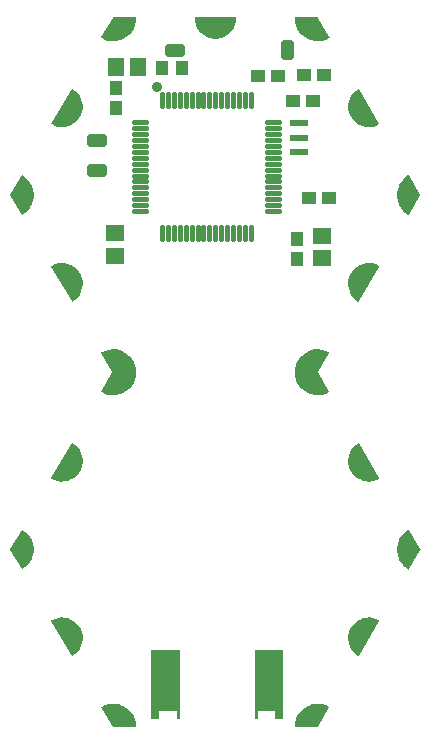
<source format=gbr>
G04 EAGLE Gerber RS-274X export*
G75*
%MOMM*%
%FSLAX34Y34*%
%LPD*%
%INSoldermask Bottom*%
%IPPOS*%
%AMOC8*
5,1,8,0,0,1.08239X$1,22.5*%
G01*
%ADD10R,1.201600X1.101600*%
%ADD11R,1.401600X1.601600*%
%ADD12R,1.501597X0.501600*%
%ADD13R,1.101600X1.201600*%
%ADD14R,1.601600X1.401600*%
%ADD15C,0.605878*%
%ADD16C,0.401600*%
%ADD17C,1.101600*%
%ADD18C,0.908000*%

G36*
X-47371Y-443598D02*
X-47371Y-443598D01*
X-47371Y-443597D01*
X-47371Y-436502D01*
X-32781Y-436502D01*
X-32781Y-443597D01*
X-32777Y-443602D01*
X-32776Y-443602D01*
X-30226Y-443602D01*
X-30221Y-443598D01*
X-30221Y-443597D01*
X-30221Y-385197D01*
X-30225Y-385192D01*
X-30226Y-385192D01*
X-54376Y-385192D01*
X-54381Y-385196D01*
X-54381Y-385197D01*
X-54381Y-443597D01*
X-54377Y-443602D01*
X-54376Y-443602D01*
X-47376Y-443602D01*
X-47371Y-443598D01*
G37*
G36*
X35829Y-443598D02*
X35829Y-443598D01*
X35829Y-443597D01*
X35829Y-436502D01*
X50419Y-436502D01*
X50419Y-443597D01*
X50423Y-443602D01*
X50424Y-443602D01*
X57424Y-443602D01*
X57429Y-443598D01*
X57429Y-443597D01*
X57429Y-385197D01*
X57425Y-385192D01*
X57424Y-385192D01*
X33274Y-385192D01*
X33269Y-385196D01*
X33269Y-385197D01*
X33269Y-443597D01*
X33273Y-443602D01*
X33274Y-443602D01*
X35824Y-443602D01*
X35829Y-443598D01*
G37*
G36*
X87396Y-169509D02*
X87396Y-169509D01*
X87443Y-169511D01*
X90481Y-169146D01*
X90513Y-169135D01*
X90559Y-169130D01*
X93499Y-168282D01*
X93529Y-168266D01*
X93575Y-168254D01*
X96341Y-166945D01*
X96363Y-166928D01*
X96390Y-166918D01*
X96442Y-166869D01*
X96500Y-166826D01*
X96514Y-166801D01*
X96535Y-166782D01*
X96564Y-166716D01*
X96600Y-166654D01*
X96603Y-166626D01*
X96615Y-166600D01*
X96616Y-166528D01*
X96625Y-166457D01*
X96617Y-166430D01*
X96618Y-166401D01*
X96582Y-166306D01*
X96571Y-166266D01*
X96564Y-166257D01*
X96560Y-166245D01*
X87203Y-149994D01*
X96560Y-133743D01*
X96569Y-133716D01*
X96585Y-133692D01*
X96600Y-133622D01*
X96623Y-133554D01*
X96620Y-133526D01*
X96626Y-133498D01*
X96613Y-133428D01*
X96607Y-133356D01*
X96594Y-133331D01*
X96588Y-133303D01*
X96548Y-133243D01*
X96515Y-133180D01*
X96493Y-133162D01*
X96477Y-133138D01*
X96394Y-133080D01*
X96362Y-133053D01*
X96351Y-133050D01*
X96341Y-133043D01*
X93575Y-131734D01*
X93542Y-131726D01*
X93499Y-131706D01*
X90559Y-130858D01*
X90525Y-130855D01*
X90481Y-130842D01*
X87443Y-130477D01*
X87409Y-130480D01*
X87362Y-130474D01*
X84305Y-130601D01*
X84272Y-130609D01*
X84225Y-130610D01*
X81228Y-131226D01*
X81197Y-131239D01*
X81151Y-131249D01*
X78291Y-132337D01*
X78263Y-132355D01*
X78219Y-132372D01*
X75571Y-133905D01*
X75545Y-133927D01*
X75505Y-133950D01*
X73137Y-135888D01*
X73115Y-135915D01*
X73079Y-135944D01*
X71052Y-138237D01*
X71036Y-138266D01*
X71004Y-138301D01*
X69372Y-140889D01*
X69360Y-140921D01*
X69335Y-140960D01*
X68139Y-143777D01*
X68132Y-143810D01*
X68129Y-143817D01*
X68125Y-143823D01*
X68124Y-143829D01*
X68113Y-143853D01*
X67385Y-146825D01*
X67383Y-146859D01*
X67372Y-146904D01*
X67129Y-149954D01*
X67133Y-149983D01*
X67128Y-150011D01*
X67130Y-150021D01*
X67129Y-150034D01*
X67372Y-153084D01*
X67381Y-153116D01*
X67385Y-153163D01*
X68113Y-156135D01*
X68128Y-156166D01*
X68139Y-156211D01*
X69335Y-159028D01*
X69354Y-159056D01*
X69372Y-159099D01*
X71004Y-161687D01*
X71028Y-161711D01*
X71052Y-161751D01*
X73079Y-164044D01*
X73106Y-164064D01*
X73137Y-164100D01*
X75505Y-166038D01*
X75535Y-166054D01*
X75571Y-166083D01*
X78219Y-167617D01*
X78251Y-167627D01*
X78291Y-167651D01*
X81151Y-168740D01*
X81184Y-168745D01*
X81228Y-168762D01*
X84225Y-169378D01*
X84259Y-169378D01*
X84305Y-169387D01*
X87362Y-169514D01*
X87396Y-169509D01*
G37*
G36*
X-84251Y-169387D02*
X-84251Y-169387D01*
X-84218Y-169379D01*
X-84171Y-169378D01*
X-81174Y-168762D01*
X-81143Y-168749D01*
X-81097Y-168740D01*
X-78237Y-167651D01*
X-78209Y-167633D01*
X-78165Y-167617D01*
X-75517Y-166083D01*
X-75491Y-166061D01*
X-75451Y-166038D01*
X-73083Y-164100D01*
X-73061Y-164073D01*
X-73025Y-164044D01*
X-70998Y-161751D01*
X-70982Y-161722D01*
X-70950Y-161687D01*
X-69318Y-159099D01*
X-69306Y-159067D01*
X-69281Y-159028D01*
X-68085Y-156211D01*
X-68078Y-156178D01*
X-68059Y-156135D01*
X-67331Y-153163D01*
X-67329Y-153129D01*
X-67318Y-153084D01*
X-67075Y-150034D01*
X-67079Y-150005D01*
X-67074Y-149977D01*
X-67076Y-149967D01*
X-67075Y-149954D01*
X-67318Y-146904D01*
X-67327Y-146872D01*
X-67331Y-146825D01*
X-68059Y-143853D01*
X-68074Y-143822D01*
X-68085Y-143777D01*
X-69281Y-140960D01*
X-69300Y-140932D01*
X-69318Y-140889D01*
X-70950Y-138301D01*
X-70974Y-138277D01*
X-70998Y-138237D01*
X-73025Y-135944D01*
X-73052Y-135924D01*
X-73083Y-135888D01*
X-75451Y-133950D01*
X-75481Y-133934D01*
X-75517Y-133905D01*
X-78165Y-132372D01*
X-78197Y-132361D01*
X-78237Y-132337D01*
X-81097Y-131249D01*
X-81130Y-131243D01*
X-81174Y-131226D01*
X-84171Y-130610D01*
X-84205Y-130610D01*
X-84251Y-130601D01*
X-87308Y-130474D01*
X-87342Y-130479D01*
X-87389Y-130477D01*
X-90427Y-130842D01*
X-90459Y-130853D01*
X-90505Y-130858D01*
X-93445Y-131706D01*
X-93475Y-131722D01*
X-93521Y-131734D01*
X-96287Y-133043D01*
X-96309Y-133060D01*
X-96336Y-133070D01*
X-96388Y-133119D01*
X-96446Y-133162D01*
X-96460Y-133187D01*
X-96481Y-133206D01*
X-96510Y-133272D01*
X-96546Y-133334D01*
X-96549Y-133362D01*
X-96561Y-133388D01*
X-96562Y-133460D01*
X-96571Y-133531D01*
X-96563Y-133558D01*
X-96564Y-133587D01*
X-96528Y-133682D01*
X-96517Y-133722D01*
X-96510Y-133731D01*
X-96506Y-133743D01*
X-87149Y-149994D01*
X-96506Y-166245D01*
X-96515Y-166272D01*
X-96531Y-166296D01*
X-96546Y-166366D01*
X-96569Y-166434D01*
X-96566Y-166462D01*
X-96572Y-166490D01*
X-96559Y-166561D01*
X-96553Y-166632D01*
X-96540Y-166657D01*
X-96534Y-166685D01*
X-96494Y-166745D01*
X-96461Y-166808D01*
X-96439Y-166826D01*
X-96423Y-166850D01*
X-96340Y-166908D01*
X-96308Y-166935D01*
X-96297Y-166938D01*
X-96287Y-166945D01*
X-93521Y-168254D01*
X-93488Y-168262D01*
X-93445Y-168282D01*
X-90505Y-169130D01*
X-90471Y-169133D01*
X-90427Y-169146D01*
X-87389Y-169511D01*
X-87355Y-169508D01*
X-87308Y-169514D01*
X-84251Y-169387D01*
G37*
G36*
X1465Y132572D02*
X1465Y132572D01*
X1513Y132572D01*
X4282Y133034D01*
X4315Y133046D01*
X4362Y133054D01*
X7018Y133966D01*
X7048Y133983D01*
X7093Y133999D01*
X9563Y135335D01*
X9589Y135357D01*
X9632Y135380D01*
X11847Y137105D01*
X11870Y137131D01*
X11908Y137161D01*
X13810Y139226D01*
X13828Y139256D01*
X13860Y139291D01*
X15396Y141642D01*
X15409Y141674D01*
X15435Y141714D01*
X16563Y144286D01*
X16570Y144319D01*
X16590Y144364D01*
X17279Y147085D01*
X17281Y147120D01*
X17293Y147167D01*
X17525Y149965D01*
X17521Y149994D01*
X17526Y150023D01*
X17510Y150092D01*
X17501Y150162D01*
X17487Y150188D01*
X17480Y150216D01*
X17438Y150273D01*
X17403Y150335D01*
X17379Y150353D01*
X17362Y150376D01*
X17301Y150412D01*
X17244Y150455D01*
X17216Y150463D01*
X17191Y150478D01*
X17093Y150494D01*
X17052Y150505D01*
X17041Y150503D01*
X17027Y150505D01*
X-16973Y150505D01*
X-17002Y150499D01*
X-17031Y150502D01*
X-17098Y150480D01*
X-17168Y150466D01*
X-17192Y150449D01*
X-17220Y150440D01*
X-17273Y150393D01*
X-17332Y150353D01*
X-17348Y150329D01*
X-17370Y150309D01*
X-17401Y150245D01*
X-17439Y150186D01*
X-17444Y150157D01*
X-17456Y150131D01*
X-17465Y150031D01*
X-17472Y149989D01*
X-17469Y149979D01*
X-17471Y149965D01*
X-17239Y147167D01*
X-17229Y147133D01*
X-17225Y147085D01*
X-16536Y144364D01*
X-16521Y144332D01*
X-16509Y144286D01*
X-15381Y141714D01*
X-15361Y141686D01*
X-15342Y141642D01*
X-13806Y139291D01*
X-13782Y139267D01*
X-13756Y139226D01*
X-11854Y137161D01*
X-11826Y137140D01*
X-11793Y137105D01*
X-9578Y135380D01*
X-9547Y135365D01*
X-9509Y135335D01*
X-7039Y133999D01*
X-7006Y133989D01*
X-6964Y133966D01*
X-4308Y133054D01*
X-4274Y133050D01*
X-4228Y133034D01*
X-1459Y132572D01*
X-1424Y132573D01*
X-1377Y132565D01*
X1431Y132565D01*
X1465Y132572D01*
G37*
G36*
X-121366Y-90184D02*
X-121366Y-90184D01*
X-121295Y-90187D01*
X-121268Y-90177D01*
X-121239Y-90175D01*
X-121149Y-90133D01*
X-121109Y-90118D01*
X-121101Y-90110D01*
X-121088Y-90104D01*
X-118785Y-88505D01*
X-118761Y-88480D01*
X-118721Y-88452D01*
X-116712Y-86495D01*
X-116693Y-86466D01*
X-116658Y-86433D01*
X-114999Y-84172D01*
X-114984Y-84141D01*
X-114955Y-84102D01*
X-113691Y-81599D01*
X-113682Y-81565D01*
X-113660Y-81522D01*
X-112824Y-78845D01*
X-112821Y-78811D01*
X-112806Y-78765D01*
X-112423Y-75986D01*
X-112425Y-75952D01*
X-112419Y-75904D01*
X-112498Y-73101D01*
X-112506Y-73067D01*
X-112507Y-73019D01*
X-113046Y-70267D01*
X-113060Y-70235D01*
X-113069Y-70187D01*
X-114054Y-67562D01*
X-114069Y-67537D01*
X-114074Y-67517D01*
X-114082Y-67506D01*
X-114089Y-67487D01*
X-115493Y-65059D01*
X-115516Y-65033D01*
X-115540Y-64992D01*
X-117324Y-62828D01*
X-117351Y-62806D01*
X-117382Y-62769D01*
X-119498Y-60928D01*
X-119528Y-60911D01*
X-119564Y-60880D01*
X-121955Y-59412D01*
X-121987Y-59401D01*
X-122028Y-59375D01*
X-124627Y-58322D01*
X-124661Y-58315D01*
X-124706Y-58297D01*
X-127443Y-57686D01*
X-127478Y-57685D01*
X-127525Y-57674D01*
X-130325Y-57522D01*
X-130359Y-57527D01*
X-130407Y-57524D01*
X-133195Y-57834D01*
X-133228Y-57845D01*
X-133276Y-57850D01*
X-135974Y-58615D01*
X-136004Y-58631D01*
X-136051Y-58644D01*
X-138586Y-59843D01*
X-138610Y-59860D01*
X-138637Y-59870D01*
X-138689Y-59919D01*
X-138746Y-59962D01*
X-138760Y-59987D01*
X-138782Y-60007D01*
X-138810Y-60072D01*
X-138846Y-60134D01*
X-138849Y-60162D01*
X-138861Y-60189D01*
X-138862Y-60260D01*
X-138871Y-60331D01*
X-138863Y-60359D01*
X-138863Y-60388D01*
X-138829Y-60481D01*
X-138817Y-60522D01*
X-138810Y-60531D01*
X-138805Y-60544D01*
X-121805Y-89944D01*
X-121786Y-89966D01*
X-121773Y-89992D01*
X-121720Y-90040D01*
X-121673Y-90093D01*
X-121647Y-90105D01*
X-121625Y-90125D01*
X-121558Y-90148D01*
X-121494Y-90178D01*
X-121465Y-90180D01*
X-121437Y-90189D01*
X-121366Y-90184D01*
G37*
G36*
X-121366Y-390184D02*
X-121366Y-390184D01*
X-121295Y-390187D01*
X-121268Y-390177D01*
X-121239Y-390175D01*
X-121149Y-390133D01*
X-121109Y-390118D01*
X-121101Y-390110D01*
X-121088Y-390104D01*
X-118785Y-388505D01*
X-118761Y-388480D01*
X-118721Y-388452D01*
X-116712Y-386495D01*
X-116693Y-386466D01*
X-116658Y-386433D01*
X-114999Y-384172D01*
X-114984Y-384141D01*
X-114955Y-384102D01*
X-113691Y-381599D01*
X-113682Y-381565D01*
X-113660Y-381522D01*
X-112824Y-378845D01*
X-112821Y-378811D01*
X-112806Y-378765D01*
X-112423Y-375986D01*
X-112425Y-375952D01*
X-112419Y-375904D01*
X-112498Y-373101D01*
X-112506Y-373067D01*
X-112507Y-373019D01*
X-113046Y-370267D01*
X-113060Y-370235D01*
X-113069Y-370187D01*
X-114054Y-367562D01*
X-114069Y-367537D01*
X-114074Y-367517D01*
X-114082Y-367506D01*
X-114089Y-367487D01*
X-115493Y-365059D01*
X-115516Y-365033D01*
X-115540Y-364992D01*
X-117324Y-362828D01*
X-117351Y-362806D01*
X-117382Y-362769D01*
X-119498Y-360928D01*
X-119528Y-360911D01*
X-119564Y-360880D01*
X-121955Y-359412D01*
X-121987Y-359401D01*
X-122028Y-359375D01*
X-124627Y-358322D01*
X-124661Y-358315D01*
X-124706Y-358297D01*
X-127443Y-357686D01*
X-127478Y-357685D01*
X-127525Y-357674D01*
X-130325Y-357522D01*
X-130359Y-357527D01*
X-130407Y-357524D01*
X-133195Y-357834D01*
X-133228Y-357845D01*
X-133276Y-357850D01*
X-135974Y-358615D01*
X-136004Y-358631D01*
X-136051Y-358644D01*
X-138586Y-359843D01*
X-138610Y-359860D01*
X-138637Y-359870D01*
X-138689Y-359919D01*
X-138746Y-359962D01*
X-138760Y-359987D01*
X-138782Y-360007D01*
X-138810Y-360072D01*
X-138846Y-360134D01*
X-138849Y-360162D01*
X-138861Y-360189D01*
X-138862Y-360260D01*
X-138871Y-360331D01*
X-138863Y-360359D01*
X-138863Y-360388D01*
X-138829Y-360481D01*
X-138817Y-360522D01*
X-138810Y-360531D01*
X-138805Y-360544D01*
X-121805Y-389944D01*
X-121786Y-389966D01*
X-121773Y-389992D01*
X-121720Y-390040D01*
X-121673Y-390093D01*
X-121647Y-390105D01*
X-121625Y-390125D01*
X-121558Y-390148D01*
X-121494Y-390178D01*
X-121465Y-390180D01*
X-121437Y-390189D01*
X-121366Y-390184D01*
G37*
G36*
X130413Y57539D02*
X130413Y57539D01*
X130461Y57536D01*
X133249Y57846D01*
X133282Y57857D01*
X133330Y57862D01*
X136028Y58627D01*
X136058Y58643D01*
X136105Y58656D01*
X138640Y59855D01*
X138664Y59872D01*
X138691Y59882D01*
X138743Y59931D01*
X138800Y59974D01*
X138814Y59999D01*
X138836Y60019D01*
X138864Y60084D01*
X138900Y60146D01*
X138903Y60174D01*
X138915Y60201D01*
X138916Y60272D01*
X138925Y60343D01*
X138917Y60371D01*
X138917Y60400D01*
X138883Y60493D01*
X138871Y60534D01*
X138864Y60543D01*
X138859Y60556D01*
X121859Y89956D01*
X121840Y89978D01*
X121827Y90004D01*
X121774Y90052D01*
X121727Y90105D01*
X121701Y90117D01*
X121679Y90137D01*
X121612Y90160D01*
X121548Y90190D01*
X121519Y90192D01*
X121491Y90201D01*
X121420Y90196D01*
X121349Y90199D01*
X121322Y90189D01*
X121293Y90187D01*
X121203Y90145D01*
X121163Y90130D01*
X121155Y90122D01*
X121142Y90116D01*
X118839Y88517D01*
X118815Y88492D01*
X118775Y88464D01*
X116766Y86507D01*
X116747Y86478D01*
X116712Y86445D01*
X115053Y84184D01*
X115038Y84153D01*
X115009Y84114D01*
X113745Y81611D01*
X113736Y81577D01*
X113714Y81534D01*
X112878Y78857D01*
X112875Y78823D01*
X112860Y78777D01*
X112477Y75998D01*
X112479Y75964D01*
X112473Y75916D01*
X112552Y73113D01*
X112560Y73079D01*
X112561Y73031D01*
X113100Y70279D01*
X113114Y70247D01*
X113123Y70199D01*
X114108Y67574D01*
X114126Y67544D01*
X114143Y67499D01*
X115547Y65071D01*
X115570Y65045D01*
X115594Y65004D01*
X117378Y62840D01*
X117405Y62818D01*
X117436Y62781D01*
X119552Y60940D01*
X119582Y60923D01*
X119618Y60892D01*
X122009Y59424D01*
X122041Y59413D01*
X122082Y59387D01*
X124681Y58334D01*
X124715Y58327D01*
X124760Y58309D01*
X127497Y57698D01*
X127532Y57697D01*
X127579Y57686D01*
X130379Y57534D01*
X130413Y57539D01*
G37*
G36*
X130413Y-242461D02*
X130413Y-242461D01*
X130461Y-242464D01*
X133249Y-242154D01*
X133282Y-242143D01*
X133330Y-242138D01*
X136028Y-241373D01*
X136058Y-241357D01*
X136105Y-241344D01*
X138640Y-240145D01*
X138664Y-240128D01*
X138691Y-240118D01*
X138743Y-240069D01*
X138800Y-240026D01*
X138814Y-240001D01*
X138836Y-239981D01*
X138864Y-239916D01*
X138900Y-239855D01*
X138903Y-239826D01*
X138915Y-239799D01*
X138916Y-239728D01*
X138925Y-239657D01*
X138917Y-239629D01*
X138917Y-239600D01*
X138883Y-239507D01*
X138871Y-239466D01*
X138864Y-239457D01*
X138859Y-239444D01*
X121859Y-210044D01*
X121840Y-210022D01*
X121827Y-209996D01*
X121774Y-209948D01*
X121727Y-209895D01*
X121701Y-209883D01*
X121679Y-209863D01*
X121612Y-209840D01*
X121548Y-209810D01*
X121519Y-209808D01*
X121491Y-209799D01*
X121420Y-209804D01*
X121349Y-209801D01*
X121322Y-209811D01*
X121293Y-209813D01*
X121203Y-209855D01*
X121163Y-209870D01*
X121155Y-209878D01*
X121142Y-209884D01*
X118839Y-211483D01*
X118815Y-211509D01*
X118775Y-211536D01*
X116766Y-213493D01*
X116747Y-213522D01*
X116712Y-213555D01*
X115053Y-215816D01*
X115038Y-215847D01*
X115009Y-215886D01*
X113745Y-218389D01*
X113736Y-218423D01*
X113714Y-218466D01*
X112878Y-221143D01*
X112875Y-221177D01*
X112860Y-221223D01*
X112477Y-224002D01*
X112479Y-224036D01*
X112473Y-224084D01*
X112552Y-226887D01*
X112560Y-226921D01*
X112561Y-226969D01*
X113100Y-229721D01*
X113114Y-229753D01*
X113123Y-229801D01*
X114108Y-232426D01*
X114126Y-232456D01*
X114143Y-232501D01*
X115547Y-234929D01*
X115570Y-234955D01*
X115594Y-234997D01*
X117378Y-237160D01*
X117405Y-237182D01*
X117436Y-237219D01*
X119552Y-239060D01*
X119582Y-239077D01*
X119618Y-239109D01*
X122009Y-240576D01*
X122041Y-240587D01*
X122082Y-240613D01*
X124681Y-241666D01*
X124715Y-241673D01*
X124760Y-241691D01*
X127497Y-242302D01*
X127532Y-242303D01*
X127579Y-242314D01*
X130379Y-242466D01*
X130413Y-242461D01*
G37*
G36*
X121453Y-90183D02*
X121453Y-90183D01*
X121524Y-90184D01*
X121551Y-90173D01*
X121580Y-90169D01*
X121642Y-90135D01*
X121707Y-90107D01*
X121728Y-90086D01*
X121753Y-90072D01*
X121816Y-89996D01*
X121846Y-89965D01*
X121850Y-89955D01*
X121859Y-89944D01*
X138859Y-60544D01*
X138868Y-60516D01*
X138885Y-60492D01*
X138900Y-60423D01*
X138922Y-60355D01*
X138920Y-60326D01*
X138926Y-60298D01*
X138913Y-60228D01*
X138907Y-60157D01*
X138894Y-60131D01*
X138888Y-60103D01*
X138848Y-60044D01*
X138816Y-59981D01*
X138793Y-59962D01*
X138777Y-59938D01*
X138695Y-59881D01*
X138662Y-59854D01*
X138652Y-59851D01*
X138640Y-59843D01*
X136105Y-58644D01*
X136071Y-58636D01*
X136028Y-58615D01*
X133330Y-57850D01*
X133295Y-57848D01*
X133249Y-57834D01*
X130461Y-57524D01*
X130427Y-57527D01*
X130379Y-57522D01*
X127579Y-57674D01*
X127545Y-57683D01*
X127497Y-57686D01*
X124760Y-58297D01*
X124728Y-58311D01*
X124681Y-58322D01*
X122082Y-59375D01*
X122053Y-59394D01*
X122009Y-59412D01*
X119618Y-60880D01*
X119593Y-60903D01*
X119552Y-60928D01*
X117436Y-62769D01*
X117415Y-62796D01*
X117378Y-62828D01*
X115594Y-64992D01*
X115578Y-65022D01*
X115547Y-65059D01*
X114143Y-67487D01*
X114132Y-67520D01*
X114125Y-67533D01*
X114115Y-67547D01*
X114115Y-67550D01*
X114108Y-67562D01*
X113123Y-70187D01*
X113117Y-70222D01*
X113100Y-70267D01*
X112561Y-73019D01*
X112561Y-73054D01*
X112552Y-73101D01*
X112473Y-75904D01*
X112479Y-75938D01*
X112477Y-75986D01*
X112860Y-78765D01*
X112872Y-78797D01*
X112878Y-78845D01*
X113714Y-81522D01*
X113731Y-81553D01*
X113745Y-81599D01*
X115009Y-84102D01*
X115031Y-84129D01*
X115053Y-84172D01*
X116712Y-86433D01*
X116738Y-86456D01*
X116766Y-86495D01*
X118775Y-88452D01*
X118804Y-88471D01*
X118839Y-88505D01*
X121142Y-90104D01*
X121169Y-90116D01*
X121192Y-90134D01*
X121260Y-90155D01*
X121325Y-90183D01*
X121354Y-90183D01*
X121382Y-90191D01*
X121453Y-90183D01*
G37*
G36*
X121453Y-390183D02*
X121453Y-390183D01*
X121524Y-390184D01*
X121551Y-390173D01*
X121580Y-390169D01*
X121642Y-390135D01*
X121707Y-390107D01*
X121728Y-390086D01*
X121753Y-390072D01*
X121816Y-389996D01*
X121846Y-389965D01*
X121850Y-389955D01*
X121859Y-389944D01*
X138859Y-360544D01*
X138868Y-360516D01*
X138885Y-360492D01*
X138900Y-360423D01*
X138922Y-360355D01*
X138920Y-360326D01*
X138926Y-360298D01*
X138913Y-360228D01*
X138907Y-360157D01*
X138894Y-360131D01*
X138888Y-360103D01*
X138848Y-360044D01*
X138816Y-359981D01*
X138793Y-359962D01*
X138777Y-359938D01*
X138695Y-359881D01*
X138662Y-359854D01*
X138652Y-359851D01*
X138640Y-359843D01*
X136105Y-358644D01*
X136071Y-358636D01*
X136028Y-358615D01*
X133330Y-357850D01*
X133295Y-357848D01*
X133249Y-357834D01*
X130461Y-357524D01*
X130427Y-357527D01*
X130379Y-357522D01*
X127579Y-357674D01*
X127545Y-357683D01*
X127497Y-357686D01*
X124760Y-358297D01*
X124728Y-358311D01*
X124681Y-358322D01*
X122082Y-359375D01*
X122053Y-359394D01*
X122009Y-359412D01*
X119618Y-360880D01*
X119593Y-360903D01*
X119552Y-360928D01*
X117436Y-362769D01*
X117415Y-362796D01*
X117378Y-362828D01*
X115594Y-364992D01*
X115578Y-365022D01*
X115547Y-365059D01*
X114143Y-367487D01*
X114132Y-367520D01*
X114125Y-367533D01*
X114115Y-367547D01*
X114115Y-367550D01*
X114108Y-367562D01*
X113123Y-370187D01*
X113117Y-370222D01*
X113100Y-370267D01*
X112561Y-373019D01*
X112561Y-373054D01*
X112552Y-373101D01*
X112473Y-375904D01*
X112479Y-375938D01*
X112477Y-375986D01*
X112860Y-378765D01*
X112872Y-378797D01*
X112878Y-378845D01*
X113714Y-381522D01*
X113731Y-381553D01*
X113745Y-381599D01*
X115009Y-384102D01*
X115031Y-384129D01*
X115053Y-384172D01*
X116712Y-386433D01*
X116738Y-386456D01*
X116766Y-386495D01*
X118775Y-388452D01*
X118804Y-388471D01*
X118839Y-388505D01*
X121142Y-390104D01*
X121169Y-390116D01*
X121192Y-390134D01*
X121260Y-390155D01*
X121325Y-390183D01*
X121354Y-390183D01*
X121382Y-390191D01*
X121453Y-390183D01*
G37*
G36*
X-127525Y57686D02*
X-127525Y57686D01*
X-127491Y57695D01*
X-127443Y57698D01*
X-124706Y58309D01*
X-124674Y58323D01*
X-124627Y58334D01*
X-122028Y59387D01*
X-121999Y59406D01*
X-121955Y59424D01*
X-119564Y60892D01*
X-119539Y60915D01*
X-119498Y60940D01*
X-117382Y62781D01*
X-117361Y62808D01*
X-117324Y62840D01*
X-115540Y65004D01*
X-115524Y65034D01*
X-115493Y65071D01*
X-114089Y67499D01*
X-114078Y67532D01*
X-114054Y67574D01*
X-113069Y70199D01*
X-113063Y70234D01*
X-113046Y70279D01*
X-112507Y73031D01*
X-112507Y73066D01*
X-112498Y73113D01*
X-112419Y75916D01*
X-112425Y75950D01*
X-112423Y75998D01*
X-112806Y78777D01*
X-112818Y78809D01*
X-112824Y78857D01*
X-113660Y81534D01*
X-113677Y81565D01*
X-113691Y81611D01*
X-114955Y84114D01*
X-114977Y84141D01*
X-114999Y84184D01*
X-116658Y86445D01*
X-116684Y86468D01*
X-116712Y86507D01*
X-118721Y88464D01*
X-118750Y88483D01*
X-118785Y88517D01*
X-121088Y90116D01*
X-121115Y90128D01*
X-121138Y90146D01*
X-121206Y90167D01*
X-121271Y90195D01*
X-121300Y90195D01*
X-121328Y90203D01*
X-121399Y90195D01*
X-121470Y90196D01*
X-121497Y90185D01*
X-121526Y90181D01*
X-121588Y90147D01*
X-121653Y90119D01*
X-121674Y90098D01*
X-121699Y90084D01*
X-121762Y90008D01*
X-121792Y89977D01*
X-121796Y89967D01*
X-121805Y89956D01*
X-138805Y60556D01*
X-138814Y60528D01*
X-138831Y60504D01*
X-138846Y60435D01*
X-138868Y60367D01*
X-138866Y60338D01*
X-138872Y60310D01*
X-138859Y60240D01*
X-138853Y60169D01*
X-138840Y60143D01*
X-138834Y60115D01*
X-138794Y60056D01*
X-138762Y59993D01*
X-138739Y59974D01*
X-138723Y59950D01*
X-138641Y59893D01*
X-138608Y59866D01*
X-138598Y59863D01*
X-138586Y59855D01*
X-136051Y58656D01*
X-136017Y58648D01*
X-135974Y58627D01*
X-133276Y57862D01*
X-133241Y57860D01*
X-133195Y57846D01*
X-130407Y57536D01*
X-130373Y57539D01*
X-130325Y57534D01*
X-127525Y57686D01*
G37*
G36*
X-127525Y-242314D02*
X-127525Y-242314D01*
X-127491Y-242305D01*
X-127443Y-242302D01*
X-124706Y-241691D01*
X-124674Y-241677D01*
X-124627Y-241666D01*
X-122028Y-240613D01*
X-121999Y-240594D01*
X-121955Y-240576D01*
X-119564Y-239109D01*
X-119539Y-239085D01*
X-119498Y-239060D01*
X-117382Y-237219D01*
X-117361Y-237192D01*
X-117324Y-237160D01*
X-115540Y-234997D01*
X-115524Y-234966D01*
X-115493Y-234929D01*
X-114089Y-232501D01*
X-114078Y-232468D01*
X-114054Y-232426D01*
X-113069Y-229801D01*
X-113063Y-229766D01*
X-113046Y-229721D01*
X-112507Y-226969D01*
X-112507Y-226935D01*
X-112498Y-226887D01*
X-112419Y-224084D01*
X-112425Y-224050D01*
X-112423Y-224002D01*
X-112806Y-221223D01*
X-112818Y-221191D01*
X-112824Y-221143D01*
X-113660Y-218466D01*
X-113677Y-218435D01*
X-113691Y-218389D01*
X-114955Y-215886D01*
X-114977Y-215859D01*
X-114999Y-215816D01*
X-116658Y-213555D01*
X-116684Y-213532D01*
X-116712Y-213493D01*
X-118721Y-211536D01*
X-118750Y-211517D01*
X-118785Y-211483D01*
X-121088Y-209884D01*
X-121115Y-209872D01*
X-121138Y-209854D01*
X-121206Y-209833D01*
X-121271Y-209805D01*
X-121300Y-209805D01*
X-121328Y-209797D01*
X-121399Y-209805D01*
X-121470Y-209804D01*
X-121497Y-209815D01*
X-121526Y-209819D01*
X-121588Y-209853D01*
X-121653Y-209881D01*
X-121674Y-209902D01*
X-121699Y-209916D01*
X-121762Y-209992D01*
X-121792Y-210023D01*
X-121796Y-210033D01*
X-121805Y-210044D01*
X-138805Y-239444D01*
X-138814Y-239472D01*
X-138831Y-239496D01*
X-138846Y-239565D01*
X-138868Y-239633D01*
X-138866Y-239662D01*
X-138872Y-239690D01*
X-138859Y-239760D01*
X-138853Y-239831D01*
X-138840Y-239857D01*
X-138834Y-239885D01*
X-138794Y-239944D01*
X-138762Y-240007D01*
X-138739Y-240026D01*
X-138723Y-240050D01*
X-138641Y-240107D01*
X-138608Y-240134D01*
X-138598Y-240137D01*
X-138586Y-240145D01*
X-136051Y-241344D01*
X-136017Y-241352D01*
X-135974Y-241373D01*
X-133276Y-242138D01*
X-133241Y-242140D01*
X-133195Y-242154D01*
X-130407Y-242464D01*
X-130373Y-242461D01*
X-130325Y-242466D01*
X-127525Y-242314D01*
G37*
G36*
X87421Y130494D02*
X87421Y130494D01*
X87467Y130492D01*
X90511Y130861D01*
X90544Y130872D01*
X90590Y130877D01*
X93535Y131730D01*
X93565Y131746D01*
X93610Y131759D01*
X96380Y133073D01*
X96404Y133091D01*
X96431Y133101D01*
X96483Y133150D01*
X96540Y133193D01*
X96554Y133218D01*
X96575Y133238D01*
X96604Y133303D01*
X96639Y133365D01*
X96643Y133393D01*
X96655Y133420D01*
X96655Y133491D01*
X96664Y133562D01*
X96656Y133590D01*
X96657Y133619D01*
X96622Y133712D01*
X96610Y133753D01*
X96603Y133762D01*
X96598Y133775D01*
X87059Y150252D01*
X87008Y150309D01*
X86963Y150371D01*
X86943Y150383D01*
X86927Y150401D01*
X86858Y150434D01*
X86792Y150473D01*
X86766Y150477D01*
X86748Y150486D01*
X86703Y150488D01*
X86628Y150501D01*
X67588Y150524D01*
X67560Y150518D01*
X67531Y150520D01*
X67463Y150498D01*
X67393Y150484D01*
X67369Y150468D01*
X67342Y150459D01*
X67288Y150412D01*
X67229Y150372D01*
X67214Y150348D01*
X67192Y150329D01*
X67160Y150264D01*
X67122Y150204D01*
X67117Y150176D01*
X67104Y150150D01*
X67096Y150050D01*
X67089Y150008D01*
X67091Y149998D01*
X67090Y149984D01*
X67337Y146928D01*
X67346Y146895D01*
X67350Y146849D01*
X68083Y143872D01*
X68098Y143841D01*
X68109Y143795D01*
X69311Y140975D01*
X69330Y140947D01*
X69348Y140903D01*
X70987Y138312D01*
X71010Y138287D01*
X71035Y138248D01*
X73068Y135953D01*
X73095Y135932D01*
X73126Y135897D01*
X75501Y133958D01*
X75531Y133942D01*
X75567Y133912D01*
X78223Y132379D01*
X78255Y132368D01*
X78295Y132345D01*
X81162Y131257D01*
X81196Y131252D01*
X81240Y131235D01*
X84244Y130622D01*
X84278Y130622D01*
X84324Y130612D01*
X87387Y130488D01*
X87421Y130494D01*
G37*
G36*
X-84270Y130612D02*
X-84270Y130612D01*
X-84237Y130620D01*
X-84190Y130622D01*
X-81186Y131235D01*
X-81154Y131248D01*
X-81108Y131257D01*
X-78241Y132345D01*
X-78213Y132363D01*
X-78169Y132379D01*
X-75513Y133912D01*
X-75488Y133935D01*
X-75447Y133958D01*
X-73072Y135897D01*
X-73051Y135923D01*
X-73014Y135953D01*
X-70981Y138248D01*
X-70964Y138277D01*
X-70933Y138312D01*
X-69294Y140903D01*
X-69282Y140935D01*
X-69257Y140975D01*
X-68055Y143795D01*
X-68048Y143829D01*
X-68029Y143872D01*
X-67296Y146849D01*
X-67294Y146883D01*
X-67283Y146928D01*
X-67036Y149984D01*
X-67039Y150013D01*
X-67035Y150041D01*
X-67051Y150111D01*
X-67060Y150182D01*
X-67074Y150207D01*
X-67081Y150235D01*
X-67123Y150292D01*
X-67159Y150354D01*
X-67182Y150372D01*
X-67199Y150395D01*
X-67260Y150431D01*
X-67317Y150474D01*
X-67345Y150481D01*
X-67370Y150496D01*
X-67469Y150513D01*
X-67510Y150523D01*
X-67521Y150521D01*
X-67534Y150524D01*
X-86574Y150501D01*
X-86649Y150485D01*
X-86725Y150477D01*
X-86746Y150466D01*
X-86768Y150461D01*
X-86832Y150417D01*
X-86899Y150380D01*
X-86915Y150360D01*
X-86932Y150348D01*
X-86956Y150311D01*
X-87005Y150252D01*
X-96544Y133775D01*
X-96554Y133747D01*
X-96570Y133723D01*
X-96585Y133654D01*
X-96608Y133586D01*
X-96606Y133557D01*
X-96612Y133529D01*
X-96598Y133459D01*
X-96593Y133388D01*
X-96579Y133362D01*
X-96574Y133334D01*
X-96534Y133274D01*
X-96501Y133211D01*
X-96479Y133193D01*
X-96463Y133169D01*
X-96381Y133111D01*
X-96348Y133084D01*
X-96338Y133081D01*
X-96326Y133073D01*
X-93556Y131759D01*
X-93523Y131751D01*
X-93481Y131730D01*
X-90536Y130877D01*
X-90502Y130875D01*
X-90457Y130861D01*
X-87413Y130492D01*
X-87380Y130494D01*
X-87333Y130488D01*
X-84270Y130612D01*
G37*
G36*
X163754Y-16983D02*
X163754Y-16983D01*
X163825Y-16984D01*
X163852Y-16972D01*
X163881Y-16969D01*
X163943Y-16934D01*
X164008Y-16906D01*
X164029Y-16886D01*
X164054Y-16871D01*
X164117Y-16794D01*
X164147Y-16764D01*
X164151Y-16754D01*
X164160Y-16743D01*
X173660Y-243D01*
X173670Y-211D01*
X173679Y-198D01*
X173683Y-174D01*
X173684Y-170D01*
X173715Y-100D01*
X173715Y-76D01*
X173723Y-54D01*
X173717Y22D01*
X173718Y99D01*
X173708Y123D01*
X173707Y144D01*
X173686Y183D01*
X173660Y255D01*
X164160Y16755D01*
X164141Y16777D01*
X164128Y16803D01*
X164075Y16851D01*
X164028Y16904D01*
X164002Y16917D01*
X163981Y16936D01*
X163913Y16959D01*
X163849Y16990D01*
X163820Y16992D01*
X163793Y17001D01*
X163721Y16996D01*
X163650Y16999D01*
X163623Y16989D01*
X163594Y16987D01*
X163504Y16945D01*
X163464Y16930D01*
X163456Y16923D01*
X163443Y16917D01*
X160920Y15175D01*
X160896Y15151D01*
X160858Y15124D01*
X158646Y13000D01*
X158627Y12972D01*
X158593Y12940D01*
X156751Y10489D01*
X156737Y10458D01*
X156708Y10421D01*
X155283Y7706D01*
X155274Y7675D01*
X155258Y7650D01*
X155257Y7642D01*
X155252Y7632D01*
X154281Y4724D01*
X154277Y4690D01*
X154262Y4646D01*
X153770Y1619D01*
X153771Y1585D01*
X153763Y1539D01*
X153763Y-1527D01*
X153764Y-1531D01*
X153764Y-1533D01*
X153770Y-1560D01*
X153770Y-1607D01*
X154262Y-4634D01*
X154274Y-4665D01*
X154281Y-4712D01*
X155252Y-7620D01*
X155269Y-7650D01*
X155283Y-7694D01*
X156708Y-10409D01*
X156730Y-10435D01*
X156751Y-10477D01*
X158593Y-12928D01*
X158618Y-12951D01*
X158646Y-12988D01*
X160858Y-15112D01*
X160886Y-15130D01*
X160920Y-15163D01*
X163443Y-16905D01*
X163470Y-16916D01*
X163492Y-16935D01*
X163561Y-16955D01*
X163626Y-16983D01*
X163655Y-16983D01*
X163683Y-16991D01*
X163754Y-16983D01*
G37*
G36*
X163754Y-316983D02*
X163754Y-316983D01*
X163825Y-316984D01*
X163852Y-316972D01*
X163881Y-316969D01*
X163943Y-316934D01*
X164008Y-316906D01*
X164029Y-316886D01*
X164054Y-316871D01*
X164117Y-316794D01*
X164147Y-316764D01*
X164151Y-316754D01*
X164160Y-316743D01*
X173660Y-300243D01*
X173670Y-300211D01*
X173679Y-300198D01*
X173683Y-300174D01*
X173684Y-300170D01*
X173715Y-300100D01*
X173715Y-300076D01*
X173723Y-300054D01*
X173717Y-299978D01*
X173718Y-299901D01*
X173708Y-299877D01*
X173707Y-299856D01*
X173686Y-299817D01*
X173660Y-299745D01*
X164160Y-283245D01*
X164141Y-283223D01*
X164128Y-283197D01*
X164075Y-283149D01*
X164028Y-283096D01*
X164002Y-283083D01*
X163981Y-283064D01*
X163913Y-283041D01*
X163849Y-283010D01*
X163820Y-283009D01*
X163793Y-282999D01*
X163721Y-283004D01*
X163650Y-283001D01*
X163623Y-283011D01*
X163594Y-283013D01*
X163504Y-283055D01*
X163464Y-283070D01*
X163456Y-283077D01*
X163443Y-283083D01*
X160920Y-284825D01*
X160896Y-284849D01*
X160858Y-284876D01*
X158646Y-287000D01*
X158627Y-287028D01*
X158593Y-287060D01*
X156751Y-289511D01*
X156737Y-289542D01*
X156708Y-289579D01*
X155283Y-292294D01*
X155274Y-292325D01*
X155258Y-292350D01*
X155257Y-292358D01*
X155252Y-292368D01*
X154281Y-295276D01*
X154277Y-295310D01*
X154262Y-295354D01*
X153770Y-298381D01*
X153771Y-298415D01*
X153763Y-298461D01*
X153763Y-301527D01*
X153764Y-301531D01*
X153764Y-301533D01*
X153770Y-301560D01*
X153770Y-301607D01*
X154262Y-304634D01*
X154274Y-304665D01*
X154281Y-304712D01*
X155252Y-307620D01*
X155269Y-307650D01*
X155283Y-307694D01*
X156708Y-310409D01*
X156730Y-310435D01*
X156751Y-310477D01*
X158593Y-312928D01*
X158618Y-312951D01*
X158646Y-312988D01*
X160858Y-315112D01*
X160886Y-315130D01*
X160920Y-315163D01*
X163443Y-316905D01*
X163470Y-316916D01*
X163492Y-316935D01*
X163561Y-316955D01*
X163626Y-316983D01*
X163655Y-316983D01*
X163683Y-316991D01*
X163754Y-316983D01*
G37*
G36*
X-163667Y-16984D02*
X-163667Y-16984D01*
X-163596Y-16987D01*
X-163569Y-16977D01*
X-163540Y-16975D01*
X-163450Y-16933D01*
X-163410Y-16918D01*
X-163402Y-16911D01*
X-163389Y-16905D01*
X-160866Y-15163D01*
X-160842Y-15139D01*
X-160804Y-15112D01*
X-158592Y-12988D01*
X-158573Y-12960D01*
X-158539Y-12928D01*
X-156697Y-10477D01*
X-156683Y-10446D01*
X-156654Y-10409D01*
X-155229Y-7694D01*
X-155220Y-7661D01*
X-155198Y-7620D01*
X-154227Y-4712D01*
X-154223Y-4678D01*
X-154208Y-4634D01*
X-153716Y-1607D01*
X-153717Y-1573D01*
X-153709Y-1527D01*
X-153709Y1539D01*
X-153716Y1572D01*
X-153716Y1619D01*
X-154208Y4646D01*
X-154220Y4677D01*
X-154227Y4724D01*
X-155198Y7632D01*
X-155211Y7655D01*
X-155217Y7680D01*
X-155224Y7689D01*
X-155229Y7706D01*
X-156654Y10421D01*
X-156676Y10447D01*
X-156697Y10489D01*
X-158539Y12940D01*
X-158564Y12963D01*
X-158592Y13000D01*
X-160804Y15124D01*
X-160832Y15142D01*
X-160866Y15175D01*
X-163389Y16917D01*
X-163416Y16928D01*
X-163438Y16947D01*
X-163507Y16967D01*
X-163572Y16995D01*
X-163601Y16995D01*
X-163629Y17003D01*
X-163700Y16995D01*
X-163771Y16996D01*
X-163798Y16984D01*
X-163827Y16981D01*
X-163889Y16946D01*
X-163954Y16918D01*
X-163975Y16898D01*
X-164000Y16883D01*
X-164063Y16806D01*
X-164093Y16776D01*
X-164097Y16766D01*
X-164106Y16755D01*
X-173606Y255D01*
X-173630Y182D01*
X-173661Y112D01*
X-173661Y88D01*
X-173669Y66D01*
X-173663Y-10D01*
X-173664Y-87D01*
X-173654Y-111D01*
X-173653Y-132D01*
X-173632Y-171D01*
X-173613Y-223D01*
X-173612Y-229D01*
X-173610Y-231D01*
X-173606Y-243D01*
X-164106Y-16743D01*
X-164087Y-16765D01*
X-164074Y-16791D01*
X-164021Y-16839D01*
X-163974Y-16892D01*
X-163948Y-16905D01*
X-163927Y-16924D01*
X-163859Y-16947D01*
X-163795Y-16978D01*
X-163766Y-16980D01*
X-163739Y-16989D01*
X-163667Y-16984D01*
G37*
G36*
X-163667Y-316984D02*
X-163667Y-316984D01*
X-163596Y-316987D01*
X-163569Y-316977D01*
X-163540Y-316975D01*
X-163450Y-316933D01*
X-163410Y-316918D01*
X-163402Y-316911D01*
X-163389Y-316905D01*
X-160866Y-315163D01*
X-160842Y-315139D01*
X-160804Y-315112D01*
X-158592Y-312988D01*
X-158573Y-312960D01*
X-158539Y-312928D01*
X-156697Y-310477D01*
X-156683Y-310446D01*
X-156654Y-310409D01*
X-155229Y-307694D01*
X-155220Y-307661D01*
X-155198Y-307620D01*
X-154227Y-304712D01*
X-154223Y-304678D01*
X-154208Y-304634D01*
X-153716Y-301607D01*
X-153717Y-301573D01*
X-153709Y-301527D01*
X-153709Y-298461D01*
X-153716Y-298428D01*
X-153716Y-298381D01*
X-154208Y-295354D01*
X-154220Y-295323D01*
X-154227Y-295276D01*
X-155198Y-292368D01*
X-155211Y-292345D01*
X-155217Y-292320D01*
X-155224Y-292311D01*
X-155229Y-292294D01*
X-156654Y-289579D01*
X-156676Y-289553D01*
X-156697Y-289511D01*
X-158539Y-287060D01*
X-158564Y-287037D01*
X-158592Y-287000D01*
X-160804Y-284876D01*
X-160832Y-284858D01*
X-160866Y-284825D01*
X-163389Y-283083D01*
X-163416Y-283072D01*
X-163438Y-283053D01*
X-163507Y-283033D01*
X-163572Y-283005D01*
X-163601Y-283005D01*
X-163629Y-282997D01*
X-163700Y-283005D01*
X-163771Y-283005D01*
X-163798Y-283016D01*
X-163827Y-283019D01*
X-163889Y-283054D01*
X-163954Y-283082D01*
X-163975Y-283102D01*
X-164000Y-283117D01*
X-164063Y-283194D01*
X-164093Y-283224D01*
X-164097Y-283234D01*
X-164106Y-283245D01*
X-173606Y-299745D01*
X-173630Y-299818D01*
X-173661Y-299888D01*
X-173661Y-299912D01*
X-173669Y-299934D01*
X-173663Y-300010D01*
X-173664Y-300087D01*
X-173654Y-300111D01*
X-173653Y-300132D01*
X-173632Y-300171D01*
X-173613Y-300223D01*
X-173612Y-300229D01*
X-173610Y-300231D01*
X-173606Y-300243D01*
X-164106Y-316743D01*
X-164087Y-316765D01*
X-164074Y-316791D01*
X-164021Y-316839D01*
X-163974Y-316892D01*
X-163948Y-316905D01*
X-163927Y-316924D01*
X-163859Y-316947D01*
X-163795Y-316978D01*
X-163766Y-316980D01*
X-163739Y-316989D01*
X-163667Y-316984D01*
G37*
G36*
X86703Y-450478D02*
X86703Y-450478D01*
X86781Y-450469D01*
X86800Y-450458D01*
X86822Y-450454D01*
X86886Y-450410D01*
X86954Y-450371D01*
X86970Y-450352D01*
X86986Y-450341D01*
X87010Y-450303D01*
X87060Y-450243D01*
X96560Y-433743D01*
X96569Y-433716D01*
X96585Y-433692D01*
X96600Y-433622D01*
X96623Y-433554D01*
X96620Y-433526D01*
X96626Y-433498D01*
X96613Y-433428D01*
X96607Y-433356D01*
X96594Y-433331D01*
X96588Y-433303D01*
X96548Y-433243D01*
X96515Y-433180D01*
X96493Y-433162D01*
X96477Y-433138D01*
X96394Y-433080D01*
X96362Y-433053D01*
X96351Y-433050D01*
X96341Y-433043D01*
X93575Y-431734D01*
X93542Y-431726D01*
X93499Y-431706D01*
X90559Y-430858D01*
X90525Y-430855D01*
X90481Y-430842D01*
X87443Y-430477D01*
X87409Y-430480D01*
X87362Y-430474D01*
X84305Y-430601D01*
X84272Y-430609D01*
X84225Y-430610D01*
X81228Y-431226D01*
X81197Y-431239D01*
X81151Y-431249D01*
X78291Y-432337D01*
X78263Y-432355D01*
X78219Y-432372D01*
X75571Y-433905D01*
X75545Y-433927D01*
X75505Y-433950D01*
X73137Y-435888D01*
X73115Y-435915D01*
X73079Y-435944D01*
X71052Y-438237D01*
X71036Y-438266D01*
X71004Y-438301D01*
X69372Y-440889D01*
X69360Y-440921D01*
X69335Y-440960D01*
X68139Y-443777D01*
X68132Y-443810D01*
X68129Y-443817D01*
X68125Y-443823D01*
X68124Y-443829D01*
X68113Y-443853D01*
X67385Y-446825D01*
X67383Y-446859D01*
X67372Y-446904D01*
X67129Y-449954D01*
X67133Y-449983D01*
X67128Y-450011D01*
X67145Y-450080D01*
X67153Y-450152D01*
X67168Y-450176D01*
X67174Y-450204D01*
X67217Y-450262D01*
X67253Y-450324D01*
X67275Y-450341D01*
X67292Y-450364D01*
X67354Y-450401D01*
X67411Y-450444D01*
X67439Y-450451D01*
X67463Y-450466D01*
X67563Y-450482D01*
X67604Y-450493D01*
X67614Y-450491D01*
X67627Y-450493D01*
X86627Y-450493D01*
X86703Y-450478D01*
G37*
G36*
X-67545Y-450488D02*
X-67545Y-450488D01*
X-67517Y-450490D01*
X-67449Y-450468D01*
X-67378Y-450454D01*
X-67355Y-450438D01*
X-67328Y-450429D01*
X-67273Y-450382D01*
X-67214Y-450341D01*
X-67199Y-450317D01*
X-67178Y-450299D01*
X-67146Y-450234D01*
X-67107Y-450174D01*
X-67102Y-450146D01*
X-67090Y-450120D01*
X-67081Y-450019D01*
X-67074Y-449977D01*
X-67076Y-449967D01*
X-67075Y-449954D01*
X-67318Y-446904D01*
X-67327Y-446872D01*
X-67331Y-446825D01*
X-68059Y-443853D01*
X-68074Y-443822D01*
X-68085Y-443777D01*
X-69281Y-440960D01*
X-69300Y-440932D01*
X-69318Y-440889D01*
X-70950Y-438301D01*
X-70974Y-438277D01*
X-70998Y-438237D01*
X-73025Y-435944D01*
X-73052Y-435924D01*
X-73083Y-435888D01*
X-75451Y-433950D01*
X-75481Y-433934D01*
X-75517Y-433905D01*
X-78165Y-432372D01*
X-78197Y-432361D01*
X-78237Y-432337D01*
X-81097Y-431249D01*
X-81130Y-431243D01*
X-81174Y-431226D01*
X-84171Y-430610D01*
X-84205Y-430610D01*
X-84251Y-430601D01*
X-87308Y-430474D01*
X-87342Y-430479D01*
X-87389Y-430477D01*
X-90427Y-430842D01*
X-90459Y-430853D01*
X-90505Y-430858D01*
X-93445Y-431706D01*
X-93475Y-431722D01*
X-93521Y-431734D01*
X-96287Y-433043D01*
X-96309Y-433060D01*
X-96336Y-433070D01*
X-96388Y-433119D01*
X-96446Y-433162D01*
X-96460Y-433187D01*
X-96481Y-433206D01*
X-96510Y-433272D01*
X-96546Y-433334D01*
X-96549Y-433362D01*
X-96561Y-433388D01*
X-96562Y-433460D01*
X-96571Y-433531D01*
X-96563Y-433558D01*
X-96564Y-433587D01*
X-96528Y-433682D01*
X-96517Y-433722D01*
X-96510Y-433731D01*
X-96506Y-433743D01*
X-87006Y-450243D01*
X-86954Y-450302D01*
X-86908Y-450364D01*
X-86889Y-450375D01*
X-86874Y-450392D01*
X-86804Y-450426D01*
X-86737Y-450466D01*
X-86713Y-450470D01*
X-86695Y-450478D01*
X-86650Y-450480D01*
X-86573Y-450493D01*
X-67573Y-450493D01*
X-67545Y-450488D01*
G37*
D10*
X91997Y101890D03*
X74997Y101890D03*
D11*
X-65520Y108848D03*
X-84520Y108848D03*
D12*
X70452Y60750D03*
X70452Y48750D03*
X70452Y36750D03*
D13*
X-44942Y107371D03*
X-27942Y107371D03*
D14*
X90485Y-53305D03*
X90485Y-34305D03*
X-84643Y-32400D03*
X-84643Y-51400D03*
D13*
X-84178Y90626D03*
X-84178Y73626D03*
X69083Y-54456D03*
X69083Y-37456D03*
D10*
X79427Y-2741D03*
X96427Y-2741D03*
X53316Y101316D03*
X36316Y101316D03*
X65300Y80150D03*
X82300Y80150D03*
D15*
X-94978Y19111D02*
X-105936Y19111D01*
X-105936Y24069D01*
X-94978Y24069D01*
X-94978Y19111D01*
X-94978Y49469D02*
X-105936Y49469D01*
X-94978Y49469D02*
X-94978Y44511D01*
X-105936Y44511D01*
X-105936Y49469D01*
X-40277Y125161D02*
X-29319Y125161D01*
X-29319Y120203D01*
X-40277Y120203D01*
X-40277Y125161D01*
X58024Y129081D02*
X58024Y118123D01*
X58024Y129081D02*
X62982Y129081D01*
X62982Y118123D01*
X58024Y118123D01*
X58024Y123879D02*
X62982Y123879D01*
D16*
X29880Y85630D02*
X29880Y75630D01*
X24880Y75630D02*
X24880Y85630D01*
X19880Y85630D02*
X19880Y75630D01*
X14880Y75630D02*
X14880Y85630D01*
X9880Y85630D02*
X9880Y75630D01*
X4880Y75630D02*
X4880Y85630D01*
X-120Y85630D02*
X-120Y75630D01*
X-5120Y75630D02*
X-5120Y85630D01*
X-10120Y85630D02*
X-10120Y75630D01*
X-15120Y75630D02*
X-15120Y85630D01*
X-20120Y85630D02*
X-20120Y75630D01*
X-25120Y75630D02*
X-25120Y85630D01*
X-30120Y85630D02*
X-30120Y75630D01*
X-35120Y75630D02*
X-35120Y85630D01*
X-40120Y85630D02*
X-40120Y75630D01*
X-45120Y75630D02*
X-45120Y85630D01*
X-59120Y61630D02*
X-69120Y61630D01*
X-69120Y56630D02*
X-59120Y56630D01*
X-59120Y51630D02*
X-69120Y51630D01*
X-69120Y46630D02*
X-59120Y46630D01*
X-59120Y41630D02*
X-69120Y41630D01*
X-69120Y36630D02*
X-59120Y36630D01*
X-59120Y31630D02*
X-69120Y31630D01*
X-69120Y26630D02*
X-59120Y26630D01*
X-59120Y21630D02*
X-69120Y21630D01*
X-69120Y16630D02*
X-59120Y16630D01*
X-59120Y11630D02*
X-69120Y11630D01*
X-69120Y6630D02*
X-59120Y6630D01*
X-59120Y1630D02*
X-69120Y1630D01*
X-69120Y-3370D02*
X-59120Y-3370D01*
X-59120Y-8370D02*
X-69120Y-8370D01*
X-69120Y-13370D02*
X-59120Y-13370D01*
X-45120Y-27370D02*
X-45120Y-37370D01*
X-40120Y-37370D02*
X-40120Y-27370D01*
X-35120Y-27370D02*
X-35120Y-37370D01*
X-30120Y-37370D02*
X-30120Y-27370D01*
X-25120Y-27370D02*
X-25120Y-37370D01*
X-20120Y-37370D02*
X-20120Y-27370D01*
X-15120Y-27370D02*
X-15120Y-37370D01*
X-10120Y-37370D02*
X-10120Y-27370D01*
X-5120Y-27370D02*
X-5120Y-37370D01*
X-120Y-37370D02*
X-120Y-27370D01*
X4880Y-27370D02*
X4880Y-37370D01*
X9880Y-37370D02*
X9880Y-27370D01*
X14880Y-27370D02*
X14880Y-37370D01*
X19880Y-37370D02*
X19880Y-27370D01*
X24880Y-27370D02*
X24880Y-37370D01*
X29880Y-37370D02*
X29880Y-27370D01*
X43880Y-13370D02*
X53880Y-13370D01*
X53880Y-8370D02*
X43880Y-8370D01*
X43880Y-3370D02*
X53880Y-3370D01*
X53880Y1630D02*
X43880Y1630D01*
X43880Y6630D02*
X53880Y6630D01*
X53880Y11630D02*
X43880Y11630D01*
X43880Y16630D02*
X53880Y16630D01*
X53880Y21630D02*
X43880Y21630D01*
X43880Y26630D02*
X53880Y26630D01*
X53880Y31630D02*
X43880Y31630D01*
X43880Y36630D02*
X53880Y36630D01*
X53880Y41630D02*
X43880Y41630D01*
X43880Y46630D02*
X53880Y46630D01*
X53880Y51630D02*
X43880Y51630D01*
X43880Y56630D02*
X53880Y56630D01*
X53880Y61630D02*
X43880Y61630D01*
D17*
X165227Y6D03*
X80722Y-141062D03*
X-81303Y-140808D03*
X-165173Y6D03*
X123927Y71506D03*
X123927Y-71494D03*
X-123873Y-71494D03*
X-123873Y71506D03*
X165227Y-299994D03*
X82627Y-443094D03*
X-82573Y-443094D03*
X-165173Y-299994D03*
X123927Y-228494D03*
X123927Y-371494D03*
X-123873Y-371494D03*
X-123873Y-228494D03*
X82627Y143073D03*
X-82573Y143073D03*
X27Y143106D03*
D18*
X-49530Y91694D03*
M02*

</source>
